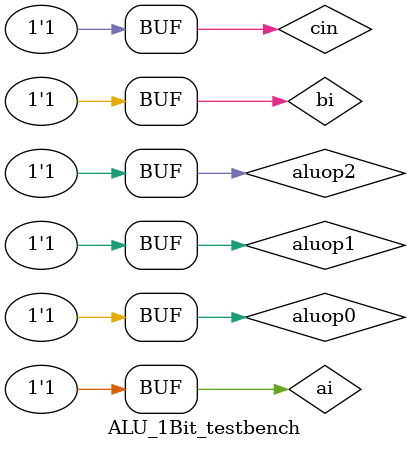
<source format=v>
`define DELAY 20
module ALU_1Bit_testbench(); 
reg ai, bi, aluop0, aluop1, aluop2, lessi, cin;
wire outp, cout;

ALU_1Bit a1(outp,cout, aluop0, aluop1, aluop2, ai,bi,lessi, cin);


initial begin
$display("Test Results");
$display("And:");
ai = 1'b0; bi = 1'b0; aluop0= 1'b0; aluop1= 1'b0; aluop2= 1'b0; cin= 1'b0; 
#`DELAY;
ai = 1'b1; bi = 1'b0; aluop0= 1'b0; aluop1= 1'b0; aluop2= 1'b0; cin= 1'b0;
#`DELAY;
ai = 1'b0; bi = 1'b1; aluop0= 1'b0; aluop1= 1'b0; aluop2= 1'b0; cin= 1'b0;  
#`DELAY;
ai = 1'b1; bi = 1'b1; aluop0= 1'b0; aluop1= 1'b0; aluop2= 1'b0; cin= 1'b0;
#`DELAY;
$display("Or:");
ai = 1'b0; bi = 1'b0; aluop0= 1'b1; aluop1= 1'b0; aluop2= 1'b0; cin= 1'b0; 
#`DELAY;
ai = 1'b1; bi = 1'b0; aluop0= 1'b1; aluop1= 1'b0; aluop2= 1'b0; cin= 1'b0;
#`DELAY;
ai = 1'b0; bi = 1'b1; aluop0= 1'b1; aluop1= 1'b0; aluop2= 1'b0; cin= 1'b0;  
#`DELAY;
ai = 1'b1; bi = 1'b1; aluop0= 1'b1; aluop1= 1'b0; aluop2= 1'b0; cin= 1'b0;
#`DELAY;
$display("Add:");
#`DELAY;
ai = 1'b0; bi = 1'b0; aluop0= 1'b0; aluop1= 1'b1; aluop2= 1'b0; cin= 1'b0; 
#`DELAY;
ai = 1'b1; bi = 1'b0; aluop0= 1'b0; aluop1= 1'b1; aluop2= 1'b0; cin= 1'b0;
#`DELAY;
ai = 1'b0; bi = 1'b1; aluop0= 1'b0; aluop1= 1'b1; aluop2= 1'b0; cin= 1'b0;  
#`DELAY;
ai = 1'b1; bi = 1'b1; aluop0= 1'b0; aluop1= 1'b1; aluop2= 1'b0; cin= 1'b0;
#`DELAY;
$display("Substract:");
#`DELAY;
ai = 1'b0; bi = 1'b0; aluop0= 1'b0; aluop1= 1'b1; aluop2= 1'b1; cin= 1'b1; 
#`DELAY;
ai = 1'b1; bi = 1'b0; aluop0= 1'b0; aluop1= 1'b1; aluop2= 1'b1; cin= 1'b1;
#`DELAY;
ai = 1'b0; bi = 1'b1; aluop0= 1'b0; aluop1= 1'b1; aluop2= 1'b1; cin= 1'b1;  
#`DELAY;
ai = 1'b1; bi = 1'b1; aluop0= 1'b0; aluop1= 1'b1; aluop2= 1'b1; cin= 1'b1;
#`DELAY;
$display("Set-on-less-than:");
#`DELAY;
ai = 1'b0; bi = 1'b0; aluop0= 1'b1; aluop1= 1'b1; aluop2= 1'b1; cin= 1'b1; 
#`DELAY;
ai = 1'b1; bi = 1'b0; aluop0= 1'b1; aluop1= 1'b1; aluop2= 1'b1; cin= 1'b1;
#`DELAY;
ai = 1'b0; bi = 1'b1; aluop0= 1'b1; aluop1= 1'b1; aluop2= 1'b1; cin= 1'b1;  
#`DELAY;
ai = 1'b1; bi = 1'b1; aluop0= 1'b1; aluop1= 1'b1; aluop2= 1'b1; cin= 1'b1;
end
 
 
initial
begin
$monitor("time = %2d, ai =%1b, bi=%1b, outp=%1b, cout=%1b, cin: %1b", $time, ai, bi, outp, cout,cin );
end
 
endmodule
</source>
